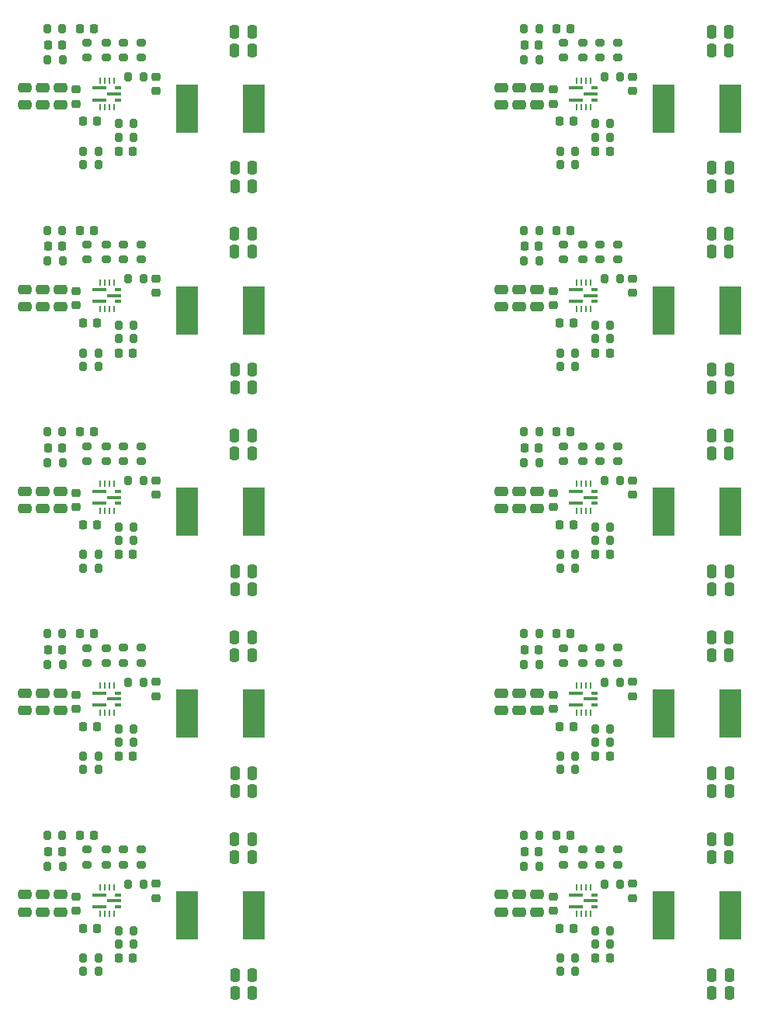
<source format=gtp>
G04 #@! TF.GenerationSoftware,KiCad,Pcbnew,8.0.5*
G04 #@! TF.CreationDate,2024-10-13T23:37:29+02:00*
G04 #@! TF.ProjectId,DCDC_converter,44434443-5f63-46f6-9e76-65727465722e,rev?*
G04 #@! TF.SameCoordinates,Original*
G04 #@! TF.FileFunction,Paste,Top*
G04 #@! TF.FilePolarity,Positive*
%FSLAX46Y46*%
G04 Gerber Fmt 4.6, Leading zero omitted, Abs format (unit mm)*
G04 Created by KiCad (PCBNEW 8.0.5) date 2024-10-13 23:37:29*
%MOMM*%
%LPD*%
G01*
G04 APERTURE LIST*
G04 Aperture macros list*
%AMRoundRect*
0 Rectangle with rounded corners*
0 $1 Rounding radius*
0 $2 $3 $4 $5 $6 $7 $8 $9 X,Y pos of 4 corners*
0 Add a 4 corners polygon primitive as box body*
4,1,4,$2,$3,$4,$5,$6,$7,$8,$9,$2,$3,0*
0 Add four circle primitives for the rounded corners*
1,1,$1+$1,$2,$3*
1,1,$1+$1,$4,$5*
1,1,$1+$1,$6,$7*
1,1,$1+$1,$8,$9*
0 Add four rect primitives between the rounded corners*
20,1,$1+$1,$2,$3,$4,$5,0*
20,1,$1+$1,$4,$5,$6,$7,0*
20,1,$1+$1,$6,$7,$8,$9,0*
20,1,$1+$1,$8,$9,$2,$3,0*%
G04 Aperture macros list end*
%ADD10RoundRect,0.200000X-0.200000X-0.275000X0.200000X-0.275000X0.200000X0.275000X-0.200000X0.275000X0*%
%ADD11RoundRect,0.250000X0.250000X0.475000X-0.250000X0.475000X-0.250000X-0.475000X0.250000X-0.475000X0*%
%ADD12RoundRect,0.250000X-0.475000X0.250000X-0.475000X-0.250000X0.475000X-0.250000X0.475000X0.250000X0*%
%ADD13RoundRect,0.200000X-0.275000X0.200000X-0.275000X-0.200000X0.275000X-0.200000X0.275000X0.200000X0*%
%ADD14R,2.413000X5.334000*%
%ADD15RoundRect,0.200000X0.200000X0.275000X-0.200000X0.275000X-0.200000X-0.275000X0.200000X-0.275000X0*%
%ADD16RoundRect,0.200000X0.275000X-0.200000X0.275000X0.200000X-0.275000X0.200000X-0.275000X-0.200000X0*%
%ADD17RoundRect,0.225000X0.250000X-0.225000X0.250000X0.225000X-0.250000X0.225000X-0.250000X-0.225000X0*%
%ADD18RoundRect,0.218750X-0.218750X-0.256250X0.218750X-0.256250X0.218750X0.256250X-0.218750X0.256250X0*%
%ADD19RoundRect,0.225000X-0.250000X0.225000X-0.250000X-0.225000X0.250000X-0.225000X0.250000X0.225000X0*%
%ADD20RoundRect,0.225000X0.225000X0.250000X-0.225000X0.250000X-0.225000X-0.250000X0.225000X-0.250000X0*%
%ADD21R,1.500000X0.300000*%
%ADD22R,0.250000X0.700000*%
%ADD23R,0.700000X0.300000*%
G04 APERTURE END LIST*
D10*
X128142500Y-122565000D03*
X129792500Y-122565000D03*
D11*
X89654998Y-53640000D03*
X87755000Y-53640000D03*
X141654998Y-119640000D03*
X139755000Y-119640000D03*
D12*
X118812500Y-145735002D03*
X118812500Y-147635000D03*
D10*
X127072500Y-83665000D03*
X128722500Y-83665000D03*
X67312500Y-117275000D03*
X68962500Y-117275000D03*
X67327500Y-142660000D03*
X68977500Y-142660000D03*
D13*
X129537500Y-118820000D03*
X129537500Y-120470000D03*
D14*
X82561000Y-104000000D03*
X89800000Y-104000000D03*
D13*
X77537500Y-96820000D03*
X77537500Y-98470000D03*
D15*
X76722500Y-107125000D03*
X75072500Y-107125000D03*
D10*
X71242500Y-154115000D03*
X72892500Y-154115000D03*
X119327500Y-120660000D03*
X120977500Y-120660000D03*
X71242500Y-88115000D03*
X72892500Y-88115000D03*
D15*
X76722500Y-85125000D03*
X75072500Y-85125000D03*
D14*
X82561000Y-82000000D03*
X89800000Y-82000000D03*
D13*
X77537500Y-140820000D03*
X77537500Y-142470000D03*
D10*
X67312500Y-51275000D03*
X68962500Y-51275000D03*
X71242500Y-152655000D03*
X72892500Y-152655000D03*
X123242500Y-110115000D03*
X124892500Y-110115000D03*
D12*
X116852500Y-79735002D03*
X116852500Y-81635000D03*
D16*
X127637500Y-120470000D03*
X127637500Y-118820000D03*
D11*
X89654999Y-95680000D03*
X87755001Y-95680000D03*
D12*
X68772500Y-57735000D03*
X68772500Y-59634998D03*
D17*
X79182500Y-80095000D03*
X79182500Y-78545000D03*
D16*
X73732500Y-76475000D03*
X73732500Y-74825000D03*
D14*
X134561000Y-148000000D03*
X141800000Y-148000000D03*
D12*
X64852500Y-79735002D03*
X64852500Y-81635000D03*
D10*
X71242500Y-130655000D03*
X72892500Y-130655000D03*
D11*
X89704998Y-68460000D03*
X87805000Y-68460000D03*
D16*
X75637500Y-98470000D03*
X75637500Y-96820000D03*
D10*
X71242500Y-110115000D03*
X72892500Y-110115000D03*
D13*
X77537500Y-118820000D03*
X77537500Y-120470000D03*
D16*
X123605000Y-98475000D03*
X123605000Y-96825000D03*
D12*
X120772500Y-101735000D03*
X120772500Y-103634998D03*
D18*
X122850000Y-95275000D03*
X124425000Y-95275000D03*
D10*
X75072500Y-83665000D03*
X76722500Y-83665000D03*
D17*
X79182500Y-146095000D03*
X79182500Y-144545000D03*
D18*
X122850000Y-139275000D03*
X124425000Y-139275000D03*
D13*
X77537500Y-52820000D03*
X77537500Y-54470000D03*
D19*
X70482500Y-123925000D03*
X70482500Y-125475000D03*
D11*
X89704998Y-88500000D03*
X87805000Y-88500000D03*
D20*
X68922500Y-97050000D03*
X67372500Y-97050000D03*
D14*
X134561000Y-104000000D03*
X141800000Y-104000000D03*
D11*
X141654999Y-117680000D03*
X139755001Y-117680000D03*
D16*
X125732500Y-76475000D03*
X125732500Y-74825000D03*
D15*
X128722500Y-129125000D03*
X127072500Y-129125000D03*
D16*
X73732500Y-54475000D03*
X73732500Y-52825000D03*
D19*
X122482500Y-79925000D03*
X122482500Y-81475000D03*
D11*
X89654999Y-117680000D03*
X87755001Y-117680000D03*
D10*
X76142500Y-122565000D03*
X77792500Y-122565000D03*
D12*
X68772500Y-79735000D03*
X68772500Y-81634998D03*
D21*
X73012500Y-79755000D03*
X73012500Y-81055000D03*
D22*
X73062500Y-81855000D03*
X73562500Y-81855000D03*
X74062500Y-81855000D03*
X74562500Y-81855000D03*
D23*
X75012500Y-81055000D03*
D21*
X74612500Y-80405000D03*
D23*
X75012500Y-79755000D03*
D22*
X74562500Y-78955000D03*
X74062500Y-78955000D03*
X73562500Y-78955000D03*
X73062500Y-78955000D03*
D11*
X141704998Y-90460000D03*
X139805000Y-90460000D03*
D20*
X68922500Y-53050000D03*
X67372500Y-53050000D03*
D11*
X141704998Y-132500000D03*
X139805000Y-132500000D03*
D13*
X129537500Y-74820000D03*
X129537500Y-76470000D03*
D18*
X70850000Y-117275000D03*
X72425000Y-117275000D03*
D11*
X89704998Y-134460000D03*
X87805000Y-134460000D03*
D14*
X134561000Y-60000000D03*
X141800000Y-60000000D03*
D10*
X119312500Y-117275000D03*
X120962500Y-117275000D03*
D18*
X122850000Y-117275000D03*
X124425000Y-117275000D03*
D16*
X125732500Y-98475000D03*
X125732500Y-96825000D03*
D10*
X71242500Y-64655000D03*
X72892500Y-64655000D03*
D16*
X123605000Y-76475000D03*
X123605000Y-74825000D03*
D18*
X70850000Y-95275000D03*
X72425000Y-95275000D03*
X70850000Y-139275000D03*
X72425000Y-139275000D03*
D10*
X128142500Y-100565000D03*
X129792500Y-100565000D03*
D15*
X128722500Y-85125000D03*
X127072500Y-85125000D03*
D10*
X67327500Y-54660000D03*
X68977500Y-54660000D03*
D12*
X64852500Y-145735002D03*
X64852500Y-147635000D03*
D20*
X128672500Y-64655000D03*
X127122500Y-64655000D03*
X120922500Y-141050000D03*
X119372500Y-141050000D03*
D21*
X73012500Y-123755000D03*
X73012500Y-125055000D03*
D22*
X73062500Y-125855000D03*
X73562500Y-125855000D03*
X74062500Y-125855000D03*
X74562500Y-125855000D03*
D23*
X75012500Y-125055000D03*
D21*
X74612500Y-124405000D03*
D23*
X75012500Y-123755000D03*
D22*
X74562500Y-122955000D03*
X74062500Y-122955000D03*
X73562500Y-122955000D03*
X73062500Y-122955000D03*
D11*
X141704998Y-112460000D03*
X139805000Y-112460000D03*
D20*
X124742500Y-83395000D03*
X123192500Y-83395000D03*
X76672500Y-152655000D03*
X75122500Y-152655000D03*
X128672500Y-86655000D03*
X127122500Y-86655000D03*
D10*
X67327500Y-76660000D03*
X68977500Y-76660000D03*
D19*
X122482500Y-101925000D03*
X122482500Y-103475000D03*
D12*
X116852500Y-101735002D03*
X116852500Y-103635000D03*
D20*
X72742500Y-105395000D03*
X71192500Y-105395000D03*
D19*
X70482500Y-145925000D03*
X70482500Y-147475000D03*
D10*
X76142500Y-100565000D03*
X77792500Y-100565000D03*
D13*
X129537500Y-52820000D03*
X129537500Y-54470000D03*
D15*
X76722500Y-63125000D03*
X75072500Y-63125000D03*
D10*
X123242500Y-152655000D03*
X124892500Y-152655000D03*
D11*
X141704998Y-110500000D03*
X139805000Y-110500000D03*
X141704998Y-156460000D03*
X139805000Y-156460000D03*
D12*
X118812500Y-79735002D03*
X118812500Y-81635000D03*
D20*
X76672500Y-130655000D03*
X75122500Y-130655000D03*
D16*
X123605000Y-54475000D03*
X123605000Y-52825000D03*
D21*
X125012500Y-123755000D03*
X125012500Y-125055000D03*
D22*
X125062500Y-125855000D03*
X125562500Y-125855000D03*
X126062500Y-125855000D03*
X126562500Y-125855000D03*
D23*
X127012500Y-125055000D03*
D21*
X126612500Y-124405000D03*
D23*
X127012500Y-123755000D03*
D22*
X126562500Y-122955000D03*
X126062500Y-122955000D03*
X125562500Y-122955000D03*
X125062500Y-122955000D03*
D18*
X122850000Y-73275000D03*
X124425000Y-73275000D03*
D12*
X120772500Y-145735000D03*
X120772500Y-147634998D03*
D17*
X131182500Y-124095000D03*
X131182500Y-122545000D03*
D20*
X120922500Y-119050000D03*
X119372500Y-119050000D03*
D12*
X116852500Y-123735002D03*
X116852500Y-125635000D03*
D20*
X124742500Y-149395000D03*
X123192500Y-149395000D03*
D16*
X125732500Y-142475000D03*
X125732500Y-140825000D03*
D20*
X76672500Y-108655000D03*
X75122500Y-108655000D03*
D12*
X64852500Y-101735002D03*
X64852500Y-103635000D03*
D11*
X141704998Y-66500000D03*
X139805000Y-66500000D03*
D16*
X73732500Y-142475000D03*
X73732500Y-140825000D03*
D11*
X89654999Y-73680000D03*
X87755001Y-73680000D03*
X89704998Y-132500000D03*
X87805000Y-132500000D03*
D17*
X131182500Y-80095000D03*
X131182500Y-78545000D03*
D10*
X127072500Y-127665000D03*
X128722500Y-127665000D03*
X123242500Y-66115000D03*
X124892500Y-66115000D03*
D19*
X122482500Y-145925000D03*
X122482500Y-147475000D03*
D10*
X119327500Y-54660000D03*
X120977500Y-54660000D03*
X119327500Y-76660000D03*
X120977500Y-76660000D03*
X123242500Y-64655000D03*
X124892500Y-64655000D03*
D11*
X89704998Y-110500000D03*
X87805000Y-110500000D03*
D12*
X120772500Y-57735000D03*
X120772500Y-59634998D03*
D19*
X122482500Y-57925000D03*
X122482500Y-59475000D03*
D13*
X129537500Y-140820000D03*
X129537500Y-142470000D03*
D12*
X120772500Y-123735000D03*
X120772500Y-125634998D03*
X118812500Y-57735002D03*
X118812500Y-59635000D03*
D20*
X128672500Y-130655000D03*
X127122500Y-130655000D03*
D14*
X134561000Y-82000000D03*
X141800000Y-82000000D03*
D11*
X141704998Y-134460000D03*
X139805000Y-134460000D03*
D12*
X68772500Y-145735000D03*
X68772500Y-147634998D03*
D11*
X141654999Y-95680000D03*
X139755001Y-95680000D03*
D13*
X77537500Y-74820000D03*
X77537500Y-76470000D03*
D12*
X116852500Y-57735002D03*
X116852500Y-59635000D03*
D10*
X71242500Y-108655000D03*
X72892500Y-108655000D03*
D11*
X141654999Y-51680000D03*
X139755001Y-51680000D03*
D10*
X127072500Y-61665000D03*
X128722500Y-61665000D03*
D18*
X122850000Y-51275000D03*
X124425000Y-51275000D03*
D21*
X125012500Y-57755000D03*
X125012500Y-59055000D03*
D22*
X125062500Y-59855000D03*
X125562500Y-59855000D03*
X126062500Y-59855000D03*
X126562500Y-59855000D03*
D23*
X127012500Y-59055000D03*
D21*
X126612500Y-58405000D03*
D23*
X127012500Y-57755000D03*
D22*
X126562500Y-56955000D03*
X126062500Y-56955000D03*
X125562500Y-56955000D03*
X125062500Y-56955000D03*
D17*
X131182500Y-58095000D03*
X131182500Y-56545000D03*
D21*
X73012500Y-101755000D03*
X73012500Y-103055000D03*
D22*
X73062500Y-103855000D03*
X73562500Y-103855000D03*
X74062500Y-103855000D03*
X74562500Y-103855000D03*
D23*
X75012500Y-103055000D03*
D21*
X74612500Y-102405000D03*
D23*
X75012500Y-101755000D03*
D22*
X74562500Y-100955000D03*
X74062500Y-100955000D03*
X73562500Y-100955000D03*
X73062500Y-100955000D03*
D21*
X125012500Y-145755000D03*
X125012500Y-147055000D03*
D22*
X125062500Y-147855000D03*
X125562500Y-147855000D03*
X126062500Y-147855000D03*
X126562500Y-147855000D03*
D23*
X127012500Y-147055000D03*
D21*
X126612500Y-146405000D03*
D23*
X127012500Y-145755000D03*
D22*
X126562500Y-144955000D03*
X126062500Y-144955000D03*
X125562500Y-144955000D03*
X125062500Y-144955000D03*
D14*
X82561000Y-148000000D03*
X89800000Y-148000000D03*
D17*
X131182500Y-102095000D03*
X131182500Y-100545000D03*
D16*
X125732500Y-54475000D03*
X125732500Y-52825000D03*
D11*
X141654998Y-75640000D03*
X139755000Y-75640000D03*
D10*
X67327500Y-98660000D03*
X68977500Y-98660000D03*
X119312500Y-73275000D03*
X120962500Y-73275000D03*
D12*
X66812500Y-145735002D03*
X66812500Y-147635000D03*
X118812500Y-101735002D03*
X118812500Y-103635000D03*
D11*
X89654998Y-97640000D03*
X87755000Y-97640000D03*
D10*
X123242500Y-108655000D03*
X124892500Y-108655000D03*
D20*
X76672500Y-86655000D03*
X75122500Y-86655000D03*
X128672500Y-108655000D03*
X127122500Y-108655000D03*
D10*
X119312500Y-95275000D03*
X120962500Y-95275000D03*
D21*
X125012500Y-79755000D03*
X125012500Y-81055000D03*
D22*
X125062500Y-81855000D03*
X125562500Y-81855000D03*
X126062500Y-81855000D03*
X126562500Y-81855000D03*
D23*
X127012500Y-81055000D03*
D21*
X126612500Y-80405000D03*
D23*
X127012500Y-79755000D03*
D22*
X126562500Y-78955000D03*
X126062500Y-78955000D03*
X125562500Y-78955000D03*
X125062500Y-78955000D03*
D16*
X127637500Y-142470000D03*
X127637500Y-140820000D03*
D11*
X89654998Y-75640000D03*
X87755000Y-75640000D03*
D15*
X128722500Y-107125000D03*
X127072500Y-107125000D03*
D18*
X70850000Y-51275000D03*
X72425000Y-51275000D03*
D11*
X89704998Y-154500000D03*
X87805000Y-154500000D03*
D17*
X79182500Y-58095000D03*
X79182500Y-56545000D03*
X131182500Y-146095000D03*
X131182500Y-144545000D03*
D20*
X72742500Y-83395000D03*
X71192500Y-83395000D03*
D16*
X75637500Y-142470000D03*
X75637500Y-140820000D03*
D20*
X120922500Y-75050000D03*
X119372500Y-75050000D03*
X128672500Y-152655000D03*
X127122500Y-152655000D03*
D10*
X75072500Y-149665000D03*
X76722500Y-149665000D03*
D21*
X125012500Y-101755000D03*
X125012500Y-103055000D03*
D22*
X125062500Y-103855000D03*
X125562500Y-103855000D03*
X126062500Y-103855000D03*
X126562500Y-103855000D03*
D23*
X127012500Y-103055000D03*
D21*
X126612500Y-102405000D03*
D23*
X127012500Y-101755000D03*
D22*
X126562500Y-100955000D03*
X126062500Y-100955000D03*
X125562500Y-100955000D03*
X125062500Y-100955000D03*
D12*
X120772500Y-79735000D03*
X120772500Y-81634998D03*
D10*
X71242500Y-66115000D03*
X72892500Y-66115000D03*
D11*
X89654998Y-141640000D03*
X87755000Y-141640000D03*
D10*
X76142500Y-78565000D03*
X77792500Y-78565000D03*
D16*
X71605000Y-98475000D03*
X71605000Y-96825000D03*
D11*
X141704998Y-88500000D03*
X139805000Y-88500000D03*
D10*
X75072500Y-61665000D03*
X76722500Y-61665000D03*
X128142500Y-56565000D03*
X129792500Y-56565000D03*
D20*
X68922500Y-75050000D03*
X67372500Y-75050000D03*
D12*
X66812500Y-79735002D03*
X66812500Y-81635000D03*
D16*
X71605000Y-54475000D03*
X71605000Y-52825000D03*
D12*
X66812500Y-123735002D03*
X66812500Y-125635000D03*
D11*
X89704998Y-112460000D03*
X87805000Y-112460000D03*
D17*
X79182500Y-102095000D03*
X79182500Y-100545000D03*
D16*
X125732500Y-120475000D03*
X125732500Y-118825000D03*
X123605000Y-142475000D03*
X123605000Y-140825000D03*
D11*
X89654998Y-119640000D03*
X87755000Y-119640000D03*
D20*
X76672500Y-64655000D03*
X75122500Y-64655000D03*
D11*
X89704998Y-156460000D03*
X87805000Y-156460000D03*
D15*
X128722500Y-63125000D03*
X127072500Y-63125000D03*
D20*
X124742500Y-105395000D03*
X123192500Y-105395000D03*
D12*
X68772500Y-101735000D03*
X68772500Y-103634998D03*
D16*
X75637500Y-76470000D03*
X75637500Y-74820000D03*
D15*
X128722500Y-151125000D03*
X127072500Y-151125000D03*
D10*
X119312500Y-51275000D03*
X120962500Y-51275000D03*
D12*
X66812500Y-57735002D03*
X66812500Y-59635000D03*
D10*
X75072500Y-105665000D03*
X76722500Y-105665000D03*
D21*
X73012500Y-145755000D03*
X73012500Y-147055000D03*
D22*
X73062500Y-147855000D03*
X73562500Y-147855000D03*
X74062500Y-147855000D03*
X74562500Y-147855000D03*
D23*
X75012500Y-147055000D03*
D21*
X74612500Y-146405000D03*
D23*
X75012500Y-145755000D03*
D22*
X74562500Y-144955000D03*
X74062500Y-144955000D03*
X73562500Y-144955000D03*
X73062500Y-144955000D03*
D20*
X124742500Y-61395000D03*
X123192500Y-61395000D03*
D11*
X89654999Y-139680000D03*
X87755001Y-139680000D03*
X89704998Y-90460000D03*
X87805000Y-90460000D03*
D14*
X134561000Y-126000000D03*
X141800000Y-126000000D03*
D10*
X76142500Y-144565000D03*
X77792500Y-144565000D03*
X119327500Y-98660000D03*
X120977500Y-98660000D03*
D20*
X120922500Y-53050000D03*
X119372500Y-53050000D03*
D16*
X71605000Y-120475000D03*
X71605000Y-118825000D03*
D10*
X67312500Y-95275000D03*
X68962500Y-95275000D03*
D16*
X127637500Y-98470000D03*
X127637500Y-96820000D03*
D11*
X141654999Y-139680000D03*
X139755001Y-139680000D03*
D16*
X123605000Y-120475000D03*
X123605000Y-118825000D03*
D10*
X119312500Y-139275000D03*
X120962500Y-139275000D03*
D11*
X89704998Y-66500000D03*
X87805000Y-66500000D03*
D20*
X72742500Y-127395000D03*
X71192500Y-127395000D03*
D16*
X73732500Y-98475000D03*
X73732500Y-96825000D03*
D11*
X89654999Y-51680000D03*
X87755001Y-51680000D03*
D16*
X127637500Y-54470000D03*
X127637500Y-52820000D03*
D10*
X67312500Y-73275000D03*
X68962500Y-73275000D03*
X128142500Y-144565000D03*
X129792500Y-144565000D03*
D19*
X70482500Y-57925000D03*
X70482500Y-59475000D03*
D12*
X64852500Y-123735002D03*
X64852500Y-125635000D03*
X64852500Y-57735002D03*
X64852500Y-59635000D03*
D11*
X141654998Y-97640000D03*
X139755000Y-97640000D03*
X141654998Y-141640000D03*
X139755000Y-141640000D03*
D20*
X124742500Y-127395000D03*
X123192500Y-127395000D03*
D19*
X70482500Y-101925000D03*
X70482500Y-103475000D03*
D14*
X82561000Y-126000000D03*
X89800000Y-126000000D03*
D20*
X68922500Y-141050000D03*
X67372500Y-141050000D03*
D16*
X71605000Y-76475000D03*
X71605000Y-74825000D03*
D10*
X127072500Y-149665000D03*
X128722500Y-149665000D03*
D19*
X70482500Y-79925000D03*
X70482500Y-81475000D03*
D16*
X75637500Y-120470000D03*
X75637500Y-118820000D03*
D10*
X123242500Y-130655000D03*
X124892500Y-130655000D03*
D11*
X141704998Y-68460000D03*
X139805000Y-68460000D03*
D10*
X76142500Y-56565000D03*
X77792500Y-56565000D03*
D13*
X129537500Y-96820000D03*
X129537500Y-98470000D03*
D10*
X123242500Y-86655000D03*
X124892500Y-86655000D03*
X67312500Y-139275000D03*
X68962500Y-139275000D03*
D16*
X73732500Y-120475000D03*
X73732500Y-118825000D03*
D10*
X71242500Y-86655000D03*
X72892500Y-86655000D03*
X123242500Y-154115000D03*
X124892500Y-154115000D03*
X75072500Y-127665000D03*
X76722500Y-127665000D03*
D21*
X73012500Y-57755000D03*
X73012500Y-59055000D03*
D22*
X73062500Y-59855000D03*
X73562500Y-59855000D03*
X74062500Y-59855000D03*
X74562500Y-59855000D03*
D23*
X75012500Y-59055000D03*
D21*
X74612500Y-58405000D03*
D23*
X75012500Y-57755000D03*
D22*
X74562500Y-56955000D03*
X74062500Y-56955000D03*
X73562500Y-56955000D03*
X73062500Y-56955000D03*
D10*
X67327500Y-120660000D03*
X68977500Y-120660000D03*
D15*
X76722500Y-129125000D03*
X75072500Y-129125000D03*
D19*
X122482500Y-123925000D03*
X122482500Y-125475000D03*
D10*
X123242500Y-88115000D03*
X124892500Y-88115000D03*
D20*
X68922500Y-119050000D03*
X67372500Y-119050000D03*
D10*
X71242500Y-132115000D03*
X72892500Y-132115000D03*
D20*
X72742500Y-61395000D03*
X71192500Y-61395000D03*
D10*
X128142500Y-78565000D03*
X129792500Y-78565000D03*
X127072500Y-105665000D03*
X128722500Y-105665000D03*
D12*
X68772500Y-123735000D03*
X68772500Y-125634998D03*
X118812500Y-123735002D03*
X118812500Y-125635000D03*
D18*
X70850000Y-73275000D03*
X72425000Y-73275000D03*
D20*
X72742500Y-149395000D03*
X71192500Y-149395000D03*
D16*
X71605000Y-142475000D03*
X71605000Y-140825000D03*
D10*
X123242500Y-132115000D03*
X124892500Y-132115000D03*
D12*
X66812500Y-101735002D03*
X66812500Y-103635000D03*
D17*
X79182500Y-124095000D03*
X79182500Y-122545000D03*
D20*
X120922500Y-97050000D03*
X119372500Y-97050000D03*
D16*
X75637500Y-54470000D03*
X75637500Y-52820000D03*
X127637500Y-76470000D03*
X127637500Y-74820000D03*
D11*
X141654998Y-53640000D03*
X139755000Y-53640000D03*
X141654999Y-73680000D03*
X139755001Y-73680000D03*
D10*
X119327500Y-142660000D03*
X120977500Y-142660000D03*
D15*
X76722500Y-151125000D03*
X75072500Y-151125000D03*
D14*
X82561000Y-60000000D03*
X89800000Y-60000000D03*
D11*
X141704998Y-154500000D03*
X139805000Y-154500000D03*
D12*
X116852500Y-145735002D03*
X116852500Y-147635000D03*
M02*

</source>
